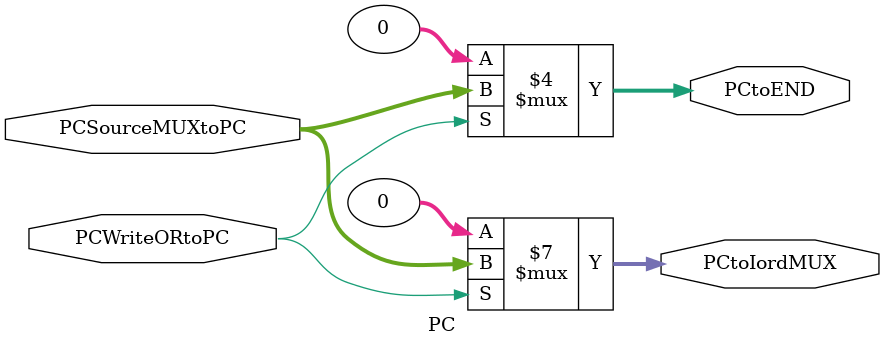
<source format=v>
module PC(
    input wire [31:0] PCSourceMUXtoPC, 
    input wire PCWriteORtoPC, 
    output reg [31:0] PCtoIordMUX,
    output reg [31:0] PCtoEND
);

    always @(*) begin
        if (PCWriteORtoPC == 1) begin
            PCtoIordMUX = PCSourceMUXtoPC; 
            PCtoEND = PCSourceMUXtoPC; 
        end
        else begin
            PCtoIordMUX = 32'b0; 
            PCtoEND = 32'b0; // Ajustado para 32 bits
        end
    end

endmodule

</source>
